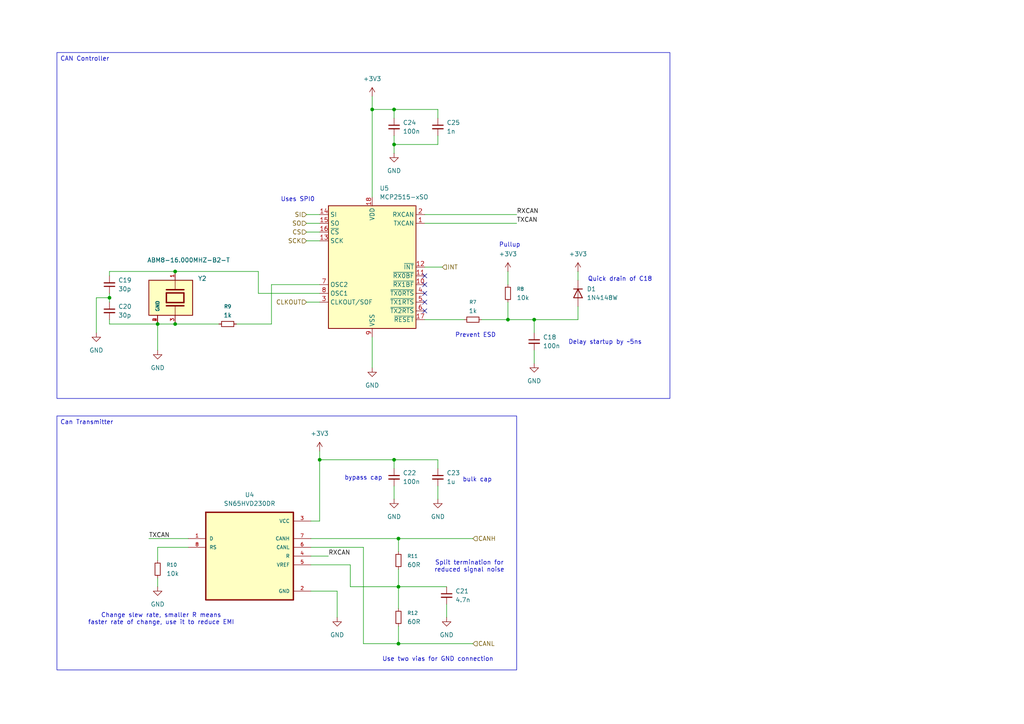
<source format=kicad_sch>
(kicad_sch (version 20250114) (generator "eeschema") (generator_version "9.0")
  (paper "A4")
  (lib_symbols
    (symbol "ABM8-16.000MHZ-B2-T:ABM8-16.000MHZ-B2-T" (pin_names (offset 1.016))
      (property "Reference" "Y" (at -5.0878 6.3559 0))
      (property "Value" "ABM8-16.000MHZ-B2-T" (at -5.0944 -10.16 0))
      (symbol "ABM8-16.000MHZ-B2-T_0_0"
        (polyline (pts (xy -5.08 0) (xy -2.54 0)) (stroke (width 0.1524)))
        (rectangle (start -5.08 -7.62) (end 5.08 5.08) (stroke (width 0.254)) (fill (type background)))
        (polyline (pts (xy -2.3368 2.54) (xy -2.3368 -2.54)) (stroke (width 0.4064)))
        (polyline (pts (xy -1.397 2.54) (xy -1.397 -2.54)) (stroke (width 0.4064)))
        (polyline (pts (xy -1.397 2.54) (xy 1.397 2.54)) (stroke (width 0.4064)))
        (polyline (pts (xy 1.397 2.54) (xy 1.397 -2.54)) (stroke (width 0.4064)))
        (polyline (pts (xy 1.397 -2.54) (xy -1.397 -2.54)) (stroke (width 0.4064)))
        (polyline (pts (xy 2.3368 2.54) (xy 2.3368 -2.54)) (stroke (width 0.4064)))
        (polyline (pts (xy 2.54 0) (xy 5.08 0)) (stroke (width 0.1524)))
        (pin passive line (at -7.62 0 0) (length 2.54) (name "~") (number "1"))
        (pin passive line (at 7.62 0 180) (length 2.54) (name "~") (number "3"))
        (pin power_in line (at 7.62 -5.08 180) (length 2.54) (name "GND") (number "2"))
        (pin power_in line (at 7.62 -5.08 180) (length 2.54) (name "GND") (number "4"))
      )
    )
    (symbol "Device:C_Small" (pin_numbers (hide yes)) (pin_names (offset 0.254) (hide yes))
      (property "Reference" "C" (at 0.254 1.778 0))
      (property "Value" "C_Small" (at 0.254 -2.032 0))
      (symbol "C_Small_0_1"
        (polyline (pts (xy -1.524 0.508) (xy 1.524 0.508)) (stroke (width 0.3048)))
        (polyline (pts (xy -1.524 -0.508) (xy 1.524 -0.508)) (stroke (width 0.3302)))
      )
      (symbol "C_Small_1_1"
        (pin passive line (at 0 2.54 270) (length 2.032) (name "~") (number "1"))
        (pin passive line (at 0 -2.54 90) (length 2.032) (name "~") (number "2"))
      )
    )
    (symbol "Device:R_Small" (pin_numbers (hide yes)) (pin_names (offset 0.254) (hide yes))
      (property "Reference" "R" (at 0 0 90))
      (property "Value" "R_Small" (at 1.778 0 90))
      (symbol "R_Small_0_1"
        (rectangle (start -0.762 1.778) (end 0.762 -1.778) (stroke (width 0.2032)))
      )
      (symbol "R_Small_1_1"
        (pin passive line (at 0 2.54 270) (length 0.762) (name "~") (number "1"))
        (pin passive line (at 0 -2.54 90) (length 0.762) (name "~") (number "2"))
      )
    )
    (symbol "Diode:1N4148W" (pin_numbers (hide yes)) (pin_names (hide yes))
      (property "Reference" "D" (at 0 2.54 0))
      (property "Value" "1N4148W" (at 0 -2.54 0))
      (symbol "1N4148W_0_1"
        (polyline (pts (xy -1.27 1.27) (xy -1.27 -1.27)) (stroke (width 0.254)))
        (polyline (pts (xy 1.27 1.27) (xy 1.27 -1.27) (xy -1.27 0) (xy 1.27 1.27)) (stroke (width 0.254)))
        (polyline (pts (xy 1.27 0) (xy -1.27 0)))
      )
      (symbol "1N4148W_1_1"
        (pin passive line (at -3.81 0 0) (length 2.54) (name "K") (number "1"))
        (pin passive line (at 3.81 0 180) (length 2.54) (name "A") (number "2"))
      )
    )
    (symbol "Interface_CAN_LIN:MCP2515-xSO"
      (property "Reference" "U" (at -10.16 19.685 0))
      (property "Value" "MCP2515-xSO" (at 19.05 20.32 0))
      (symbol "MCP2515-xSO_0_1"
        (rectangle (start -12.7 17.78) (end 12.7 -17.78) (stroke (width 0.254)) (fill (type background)))
      )
      (symbol "MCP2515-xSO_1_1"
        (pin input line (at -15.24 15.24 0) (length 2.54) (name "SI") (number "14"))
        (pin output line (at -15.24 12.7 0) (length 2.54) (name "SO") (number "15"))
        (pin input line (at -15.24 10.16 0) (length 2.54) (name "~{CS}") (number "16"))
        (pin input line (at -15.24 7.62 0) (length 2.54) (name "SCK") (number "13"))
        (pin output line (at -15.24 -5.08 0) (length 2.54) (name "OSC2") (number "7"))
        (pin input line (at -15.24 -7.62 0) (length 2.54) (name "OSC1") (number "8"))
        (pin output line (at -15.24 -10.16 0) (length 2.54) (name "CLKOUT/SOF") (number "3"))
        (pin power_in line (at 0 20.32 270) (length 2.54) (name "VDD") (number "18"))
        (pin power_in line (at 0 -20.32 90) (length 2.54) (name "VSS") (number "9"))
        (pin input line (at 15.24 15.24 180) (length 2.54) (name "RXCAN") (number "2"))
        (pin output line (at 15.24 12.7 180) (length 2.54) (name "TXCAN") (number "1"))
        (pin output line (at 15.24 0 180) (length 2.54) (name "~{INT}") (number "12"))
        (pin output line (at 15.24 -2.54 180) (length 2.54) (name "~{RX0BF}") (number "11"))
        (pin output line (at 15.24 -5.08 180) (length 2.54) (name "~{RX1BF}") (number "10"))
        (pin input line (at 15.24 -7.62 180) (length 2.54) (name "~{TX0RTS}") (number "4"))
        (pin input line (at 15.24 -10.16 180) (length 2.54) (name "~{TX1RTS}") (number "5"))
        (pin input line (at 15.24 -12.7 180) (length 2.54) (name "~{TX2RTS}") (number "6"))
        (pin input line (at 15.24 -15.24 180) (length 2.54) (name "~{RESET}") (number "17"))
      )
    )
    (symbol "SN65HVD230DR:SN65HVD230DR" (pin_names (offset 1.016))
      (property "Reference" "U" (at -12.7 13.7 0))
      (property "Value" "SN65HVD230DR" (at -12.7 -16.7 0))
      (symbol "SN65HVD230DR_0_0"
        (rectangle (start -12.7 -12.7) (end 12.7 12.7) (stroke (width 0.41)) (fill (type background)))
        (pin input line (at -17.78 5.08 0) (length 5.08) (name "D") (number "1"))
        (pin input line (at -17.78 2.54 0) (length 5.08) (name "RS") (number "8"))
        (pin power_in line (at 17.78 10.16 180) (length 5.08) (name "VCC") (number "3"))
        (pin output line (at 17.78 5.08 180) (length 5.08) (name "CANH") (number "7"))
        (pin output line (at 17.78 2.54 180) (length 5.08) (name "CANL") (number "6"))
        (pin output line (at 17.78 0 180) (length 5.08) (name "R") (number "4"))
        (pin output line (at 17.78 -2.54 180) (length 5.08) (name "VREF") (number "5"))
        (pin power_in line (at 17.78 -10.16 180) (length 5.08) (name "GND") (number "2"))
      )
    )
    (symbol "power:+3V3" (power) (pin_numbers (hide yes)) (pin_names (offset 0) (hide yes))
      (property "Value" "+3V3" (at 0 3.556 0))
      (symbol "+3V3_0_1"
        (polyline (pts (xy -0.762 1.27) (xy 0 2.54)))
        (polyline (pts (xy 0 2.54) (xy 0.762 1.27)))
        (polyline (pts (xy 0 0) (xy 0 2.54)))
      )
      (symbol "+3V3_1_1"
        (pin power_in line (at 0 0 90) (length 0) (name "~") (number "1"))
      )
    )
    (symbol "power:GND" (power) (pin_numbers (hide yes)) (pin_names (offset 0) (hide yes))
      (property "Value" "GND" (at 0 -3.81 0))
      (symbol "GND_0_1"
        (polyline (pts (xy 0 0) (xy 0 -1.27) (xy 1.27 -1.27) (xy 0 -2.54) (xy -1.27 -1.27) (xy 0 -1.27)))
      )
      (symbol "GND_1_1"
        (pin power_in line (at 0 0 270) (length 0) (name "~") (number "1"))
      )
    )
  )
  (text "Uses SPI0" (at 86.36 57.912 0) (effects (font (size 1.27 1.27))))
  (text "Delay startup by ~5ns" (at 175.514 99.314 0) (effects (font (size 1.27 1.27))))
  (text "bypass cap" (at 105.41 138.684 0) (effects (font (size 1.27 1.27))))
  (text "Pullup" (at 147.828 71.12 0) (effects (font (size 1.27 1.27))))
  (text "Use two vias for GND connection" (at 127 191.262 0) (effects (font (size 1.27 1.27))))
  (text "Change slew rate, smaller R means\nfaster rate of change, use it to reduce EMI" (at 46.736 179.578 0) (effects (font (size 1.27 1.27))))
  (text "Split termination for\nreduced signal noise" (at 136.144 164.338 0) (effects (font (size 1.27 1.27))))
  (text "Prevent ESD\n" (at 137.922 97.282 0) (effects (font (size 1.27 1.27))))
  (text "Quick drain of C18\n" (at 179.832 81.026 0) (effects (font (size 1.27 1.27))))
  (text "bulk cap" (at 138.43 139.192 0) (effects (font (size 1.27 1.27))))
  (text_box "Can Transmitter" (at 16.51 120.65 0) (size 133.35 73.66) (margins 0.9525 0.9525 0.9525 0.9525) (effects (font (size 1.27 1.27)) (justify left top)))
  (text_box "CAN Controller" (at 16.51 15.24 0) (size 177.8 100.33) (margins 0.9525 0.9525 0.9525 0.9525) (effects (font (size 1.27 1.27)) (justify left top)))
  (junction (at 31.75 86.36))
  (junction (at 45.72 93.98))
  (junction (at 50.8 78.74))
  (junction (at 107.95 31.75))
  (junction (at 114.3 133.35))
  (junction (at 147.32 92.71))
  (junction (at 115.57 170.18))
  (junction (at 115.57 186.69))
  (junction (at 114.3 31.75))
  (junction (at 115.57 156.21))
  (junction (at 154.94 92.71))
  (junction (at 92.71 133.35))
  (junction (at 114.3 41.91))
  (junction (at 50.8 93.98))
  (no_connect (at 123.19 90.17))
  (no_connect (at 123.19 80.01))
  (no_connect (at 123.19 87.63))
  (no_connect (at 123.19 85.09))
  (no_connect (at 123.19 82.55))
  (wire (pts (xy 115.57 170.18) (xy 129.54 170.18)))
  (wire (pts (xy 167.64 92.71) (xy 154.94 92.71)))
  (wire (pts (xy 92.71 133.35) (xy 92.71 130.81)))
  (wire (pts (xy 154.94 101.6) (xy 154.94 105.41)))
  (wire (pts (xy 127 31.75) (xy 114.3 31.75)))
  (wire (pts (xy 107.95 97.79) (xy 107.95 106.68)))
  (wire (pts (xy 97.79 171.45) (xy 97.79 179.07)))
  (wire (pts (xy 115.57 165.1) (xy 115.57 170.18)))
  (wire (pts (xy 107.95 31.75) (xy 107.95 57.15)))
  (wire (pts (xy 74.93 85.09) (xy 74.93 78.74)))
  (wire (pts (xy 88.9 67.31) (xy 92.71 67.31)))
  (wire (pts (xy 129.54 175.26) (xy 129.54 179.07)))
  (wire (pts (xy 114.3 41.91) (xy 114.3 44.45)))
  (wire (pts (xy 88.9 87.63) (xy 92.71 87.63)))
  (wire (pts (xy 167.64 78.74) (xy 167.64 81.28)))
  (wire (pts (xy 123.19 64.77) (xy 149.86 64.77)))
  (wire (pts (xy 88.9 62.23) (xy 92.71 62.23)))
  (wire (pts (xy 92.71 82.55) (xy 78.74 82.55)))
  (wire (pts (xy 50.8 93.98) (xy 63.5 93.98)))
  (wire (pts (xy 115.57 186.69) (xy 137.16 186.69)))
  (wire (pts (xy 45.72 167.64) (xy 45.72 170.18)))
  (wire (pts (xy 92.71 133.35) (xy 114.3 133.35)))
  (wire (pts (xy 139.7 92.71) (xy 147.32 92.71)))
  (wire (pts (xy 88.9 69.85) (xy 92.71 69.85)))
  (wire (pts (xy 31.75 85.09) (xy 31.75 86.36)))
  (wire (pts (xy 115.57 170.18) (xy 115.57 176.53)))
  (wire (pts (xy 31.75 86.36) (xy 27.94 86.36)))
  (wire (pts (xy 167.64 88.9) (xy 167.64 92.71)))
  (wire (pts (xy 92.71 151.13) (xy 90.17 151.13)))
  (wire (pts (xy 147.32 78.74) (xy 147.32 82.55)))
  (wire (pts (xy 115.57 156.21) (xy 115.57 160.02)))
  (wire (pts (xy 45.72 158.75) (xy 45.72 162.56)))
  (wire (pts (xy 123.19 62.23) (xy 149.86 62.23)))
  (wire (pts (xy 101.6 163.83) (xy 101.6 170.18)))
  (wire (pts (xy 105.41 186.69) (xy 115.57 186.69)))
  (wire (pts (xy 88.9 64.77) (xy 92.71 64.77)))
  (wire (pts (xy 147.32 92.71) (xy 147.32 87.63)))
  (wire (pts (xy 107.95 27.94) (xy 107.95 31.75)))
  (wire (pts (xy 127 140.97) (xy 127 144.78)))
  (wire (pts (xy 31.75 86.36) (xy 31.75 87.63)))
  (wire (pts (xy 127 39.37) (xy 127 41.91)))
  (wire (pts (xy 92.71 85.09) (xy 74.93 85.09)))
  (wire (pts (xy 90.17 156.21) (xy 115.57 156.21)))
  (wire (pts (xy 105.41 158.75) (xy 90.17 158.75)))
  (wire (pts (xy 114.3 39.37) (xy 114.3 41.91)))
  (wire (pts (xy 31.75 92.71) (xy 31.75 93.98)))
  (wire (pts (xy 31.75 78.74) (xy 50.8 78.74)))
  (wire (pts (xy 101.6 170.18) (xy 115.57 170.18)))
  (wire (pts (xy 90.17 171.45) (xy 97.79 171.45)))
  (wire (pts (xy 115.57 156.21) (xy 137.16 156.21)))
  (wire (pts (xy 114.3 140.97) (xy 114.3 144.78)))
  (wire (pts (xy 127 135.89) (xy 127 133.35)))
  (wire (pts (xy 78.74 82.55) (xy 78.74 93.98)))
  (wire (pts (xy 115.57 181.61) (xy 115.57 186.69)))
  (wire (pts (xy 114.3 31.75) (xy 107.95 31.75)))
  (wire (pts (xy 114.3 34.29) (xy 114.3 31.75)))
  (wire (pts (xy 95.25 161.29) (xy 90.17 161.29)))
  (wire (pts (xy 105.41 186.69) (xy 105.41 158.75)))
  (wire (pts (xy 127 41.91) (xy 114.3 41.91)))
  (wire (pts (xy 92.71 151.13) (xy 92.71 133.35)))
  (wire (pts (xy 154.94 96.52) (xy 154.94 92.71)))
  (wire (pts (xy 54.61 158.75) (xy 45.72 158.75)))
  (wire (pts (xy 31.75 93.98) (xy 45.72 93.98)))
  (wire (pts (xy 123.19 92.71) (xy 134.62 92.71)))
  (wire (pts (xy 31.75 80.01) (xy 31.75 78.74)))
  (wire (pts (xy 114.3 135.89) (xy 114.3 133.35)))
  (wire (pts (xy 45.72 93.98) (xy 50.8 93.98)))
  (wire (pts (xy 127 34.29) (xy 127 31.75)))
  (wire (pts (xy 27.94 86.36) (xy 27.94 96.52)))
  (wire (pts (xy 45.72 93.98) (xy 45.72 101.6)))
  (wire (pts (xy 154.94 92.71) (xy 147.32 92.71)))
  (wire (pts (xy 43.18 156.21) (xy 54.61 156.21)))
  (wire (pts (xy 90.17 163.83) (xy 101.6 163.83)))
  (wire (pts (xy 68.58 93.98) (xy 78.74 93.98)))
  (wire (pts (xy 127 133.35) (xy 114.3 133.35)))
  (wire (pts (xy 123.19 77.47) (xy 128.27 77.47)))
  (wire (pts (xy 74.93 78.74) (xy 50.8 78.74)))
  (label "TXCAN" (at 43.18 156.21 0))
  (label "TXCAN" (at 149.86 64.77 0))
  (label "RXCAN" (at 149.86 62.23 0))
  (label "RXCAN" (at 95.25 161.29 0))
  (hierarchical_label "INT" (shape input) (at 128.27 77.47 0))
  (hierarchical_label "SCK" (shape input) (at 88.9 69.85 180))
  (hierarchical_label "CS" (shape input) (at 88.9 67.31 180))
  (hierarchical_label "CLKOUT" (shape input) (at 88.9 87.63 180))
  (hierarchical_label "SI" (shape input) (at 88.9 62.23 180))
  (hierarchical_label "CANH" (shape input) (at 137.16 156.21 0))
  (hierarchical_label "SO" (shape input) (at 88.9 64.77 180))
  (hierarchical_label "CANL" (shape input) (at 137.16 186.69 0))
  (symbol (lib_id "power:GND") (at 97.79 179.07 0) (unit 1)
    (property "Reference" "#PWR033" (effects (hide yes)))
    (property "Value" "GND" (at 97.79 184.15 0))
    (property "Description" "Power symbol creates a global label with name \"GND\" , ground" (effects (hide yes)))
  )
  (symbol (lib_id "Device:C_Small") (at 31.75 90.17 0) (unit 1)
    (property "Reference" "C20" (at 34.29 88.9062 0) (effects (justify left)))
    (property "Value" "30p" (at 34.29 91.4462 0) (effects (justify left)))
    (property "Footprint" "Capacitor_SMD:C_0603_1608Metric_Pad1.08x0.95mm_HandSolder" (effects (hide yes)))
    (property "Description" "Unpolarized capacitor, small symbol" (effects (hide yes)))
  )
  (symbol (lib_id "power:+3V3") (at 107.95 27.94 0) (unit 1)
    (property "Reference" "#PWR036" (effects (hide yes)))
    (property "Value" "+3V3" (at 107.95 22.86 0))
    (property "Description" "Power symbol creates a global label with name \"+3V3\"" (effects (hide yes)))
  )
  (symbol (lib_id "power:GND") (at 107.95 106.68 0) (unit 1)
    (property "Reference" "#PWR035" (effects (hide yes)))
    (property "Value" "GND" (at 107.95 111.76 0))
    (property "Description" "Power symbol creates a global label with name \"GND\" , ground" (effects (hide yes)))
  )
  (symbol (lib_id "Device:R_Small") (at 147.32 85.09 0) (unit 1)
    (property "Reference" "R8" (at 149.86 83.8199 0) (effects (font (size 1.016 1.016)) (justify left)))
    (property "Value" "10k" (at 149.86 86.3599 0) (effects (justify left)))
    (property "Footprint" "Resistor_SMD:R_0603_1608Metric_Pad0.98x0.95mm_HandSolder" (effects (hide yes)))
    (property "Description" "Resistor, small symbol" (effects (hide yes)))
  )
  (symbol (lib_id "Device:R_Small") (at 115.57 162.56 0) (unit 1)
    (property "Reference" "R11" (at 118.11 161.2899 0) (effects (font (size 1.016 1.016)) (justify left)))
    (property "Value" "60R" (at 118.11 163.8299 0) (effects (justify left)))
    (property "Footprint" "Resistor_SMD:R_0603_1608Metric_Pad0.98x0.95mm_HandSolder" (effects (hide yes)))
    (property "Description" "Resistor, small symbol" (effects (hide yes)))
  )
  (symbol (lib_id "Device:R_Small") (at 66.04 93.98 90) (unit 1)
    (property "Reference" "R9" (at 66.04 88.9 90) (effects (font (size 1.016 1.016))))
    (property "Value" "1k" (at 66.04 91.44 90))
    (property "Footprint" "Resistor_SMD:R_0603_1608Metric_Pad0.98x0.95mm_HandSolder" (effects (hide yes)))
    (property "Description" "Resistor, small symbol" (effects (hide yes)))
  )
  (symbol (lib_id "Device:C_Small") (at 31.75 82.55 180) (unit 1)
    (property "Reference" "C19" (at 34.29 81.2735 0) (effects (justify right)))
    (property "Value" "30p" (at 34.29 83.8135 0) (effects (justify right)))
    (property "Footprint" "Capacitor_SMD:C_0603_1608Metric_Pad1.08x0.95mm_HandSolder" (effects (hide yes)))
    (property "Description" "Unpolarized capacitor, small symbol" (effects (hide yes)))
  )
  (symbol (lib_id "power:+3V3") (at 167.64 78.74 0) (unit 1)
    (property "Reference" "#PWR030" (effects (hide yes)))
    (property "Value" "+3V3" (at 167.64 73.66 0))
    (property "Description" "Power symbol creates a global label with name \"+3V3\"" (effects (hide yes)))
  )
  (symbol (lib_id "power:GND") (at 45.72 170.18 0) (unit 1)
    (property "Reference" "#PWR034" (effects (hide yes)))
    (property "Value" "GND" (at 45.72 175.26 0))
    (property "Description" "Power symbol creates a global label with name \"GND\" , ground" (effects (hide yes)))
  )
  (symbol (lib_id "Device:C_Small") (at 114.3 138.43 0) (unit 1)
    (property "Reference" "C22" (at 116.84 137.1662 0) (effects (justify left)))
    (property "Value" "100n" (at 116.84 139.7062 0) (effects (justify left)))
    (property "Footprint" "Capacitor_SMD:C_0603_1608Metric_Pad1.08x0.95mm_HandSolder" (effects (hide yes)))
    (property "Description" "Unpolarized capacitor, small symbol" (effects (hide yes)))
  )
  (symbol (lib_id "Device:R_Small") (at 45.72 165.1 0) (unit 1)
    (property "Reference" "R10" (at 48.26 163.8299 0) (effects (font (size 1.016 1.016)) (justify left)))
    (property "Value" "10k" (at 48.26 166.3699 0) (effects (justify left)))
    (property "Footprint" "Resistor_SMD:R_0603_1608Metric_Pad0.98x0.95mm_HandSolder" (effects (hide yes)))
    (property "Description" "Resistor, small symbol" (effects (hide yes)))
  )
  (symbol (lib_id "power:GND") (at 114.3 144.78 0) (unit 1)
    (property "Reference" "#PWR039" (effects (hide yes)))
    (property "Value" "GND" (at 114.3 149.86 0))
    (property "Description" "Power symbol creates a global label with name \"GND\" , ground" (effects (hide yes)))
  )
  (symbol (lib_id "Device:C_Small") (at 129.54 172.72 0) (unit 1)
    (property "Reference" "C21" (at 132.08 171.4562 0) (effects (justify left)))
    (property "Value" "4.7n" (at 132.08 173.9962 0) (effects (justify left)))
    (property "Footprint" "Capacitor_SMD:C_0603_1608Metric_Pad1.08x0.95mm_HandSolder" (effects (hide yes)))
    (property "Description" "Unpolarized capacitor, small symbol" (effects (hide yes)))
  )
  (symbol (lib_id "Interface_CAN_LIN:MCP2515-xSO") (at 107.95 77.47 0) (unit 1)
    (property "Reference" "U5" (at 110.0933 54.61 0) (effects (justify left)))
    (property "Value" "MCP2515-xSO" (at 110.0933 57.15 0) (effects (justify left)))
    (property "Footprint" "Package_SO:SOIC-18W_7.5x11.6mm_P1.27mm" (effects (hide yes)))
    (property "Datasheet" "http://ww1.microchip.com/downloads/en/DeviceDoc/21801e.pdf" (effects (hide yes)))
    (property "Description" "Stand-Alone CAN Controller with SPI Interface, SOIC-18" (effects (hide yes)))
  )
  (symbol (lib_id "power:+3V3") (at 147.32 78.74 0) (unit 1)
    (property "Reference" "#PWR029" (effects (hide yes)))
    (property "Value" "+3V3" (at 147.32 73.66 0))
    (property "Description" "Power symbol creates a global label with name \"+3V3\"" (effects (hide yes)))
  )
  (symbol (lib_id "power:GND") (at 27.94 96.52 0) (unit 1)
    (property "Reference" "#PWR032" (effects (hide yes)))
    (property "Value" "GND" (at 27.94 101.6 0))
    (property "Description" "Power symbol creates a global label with name \"GND\" , ground" (effects (hide yes)))
  )
  (symbol (lib_id "Device:R_Small") (at 115.57 179.07 0) (unit 1)
    (property "Reference" "R12" (at 118.11 177.7999 0) (effects (font (size 1.016 1.016)) (justify left)))
    (property "Value" "60R" (at 118.11 180.3399 0) (effects (justify left)))
    (property "Footprint" "Resistor_SMD:R_0603_1608Metric_Pad0.98x0.95mm_HandSolder" (effects (hide yes)))
    (property "Description" "Resistor, small symbol" (effects (hide yes)))
  )
  (symbol (lib_id "Device:C_Small") (at 114.3 36.83 0) (unit 1)
    (property "Reference" "C24" (at 116.84 35.5662 0) (effects (justify left)))
    (property "Value" "100n" (at 116.84 38.1062 0) (effects (justify left)))
    (property "Footprint" "Capacitor_SMD:C_0603_1608Metric_Pad1.08x0.95mm_HandSolder" (effects (hide yes)))
    (property "Description" "Unpolarized capacitor, small symbol" (effects (hide yes)))
  )
  (symbol (lib_id "Device:R_Small") (at 137.16 92.71 270) (unit 1)
    (property "Reference" "R7" (at 137.16 87.63 90) (effects (font (size 1.016 1.016))))
    (property "Value" "1k" (at 137.16 90.17 90))
    (property "Footprint" "Resistor_SMD:R_0603_1608Metric_Pad0.98x0.95mm_HandSolder" (effects (hide yes)))
    (property "Description" "Resistor, small symbol" (effects (hide yes)))
  )
  (symbol (lib_id "power:GND") (at 129.54 179.07 0) (unit 1)
    (property "Reference" "#PWR038" (effects (hide yes)))
    (property "Value" "GND" (at 129.54 184.15 0))
    (property "Description" "Power symbol creates a global label with name \"GND\" , ground" (effects (hide yes)))
  )
  (symbol (lib_id "power:GND") (at 154.94 105.41 0) (unit 1)
    (property "Reference" "#PWR028" (effects (hide yes)))
    (property "Value" "GND" (at 154.94 110.49 0))
    (property "Description" "Power symbol creates a global label with name \"GND\" , ground" (effects (hide yes)))
  )
  (symbol (lib_id "Device:C_Small") (at 127 138.43 0) (unit 1)
    (property "Reference" "C23" (at 129.54 137.1662 0) (effects (justify left)))
    (property "Value" "1u" (at 129.54 139.7062 0) (effects (justify left)))
    (property "Footprint" "Capacitor_SMD:C_0603_1608Metric_Pad1.08x0.95mm_HandSolder" (effects (hide yes)))
    (property "Description" "Unpolarized capacitor, small symbol" (effects (hide yes)))
  )
  (symbol (lib_id "power:GND") (at 45.72 101.6 0) (unit 1)
    (property "Reference" "#PWR031" (effects (hide yes)))
    (property "Value" "GND" (at 45.72 106.68 0))
    (property "Description" "Power symbol creates a global label with name \"GND\" , ground" (effects (hide yes)))
  )
  (symbol (lib_id "power:GND") (at 114.3 44.45 0) (unit 1)
    (property "Reference" "#PWR041" (effects (hide yes)))
    (property "Value" "GND" (at 114.3 49.53 0))
    (property "Description" "Power symbol creates a global label with name \"GND\" , ground" (effects (hide yes)))
  )
  (symbol (lib_id "Device:C_Small") (at 127 36.83 0) (unit 1)
    (property "Reference" "C25" (at 129.54 35.5662 0) (effects (justify left)))
    (property "Value" "1n" (at 129.54 38.1062 0) (effects (justify left)))
    (property "Footprint" "Capacitor_SMD:C_0603_1608Metric_Pad1.08x0.95mm_HandSolder" (effects (hide yes)))
    (property "Description" "Unpolarized capacitor, small symbol" (effects (hide yes)))
  )
  (symbol (lib_id "Device:C_Small") (at 154.94 99.06 0) (unit 1)
    (property "Reference" "C18" (at 157.48 97.7962 0) (effects (justify left)))
    (property "Value" "100n" (at 157.48 100.3362 0) (effects (justify left)))
    (property "Footprint" "Capacitor_SMD:C_0603_1608Metric_Pad1.08x0.95mm_HandSolder" (effects (hide yes)))
    (property "Description" "Unpolarized capacitor, small symbol" (effects (hide yes)))
  )
  (symbol (lib_id "ABM8-16.000MHZ-B2-T:ABM8-16.000MHZ-B2-T") (at 50.8 86.36 270) (unit 1)
    (property "Reference" "Y2" (at 57.404 80.772 90) (effects (justify left)))
    (property "Value" "ABM8-16.000MHZ-B2-T" (at 42.672 75.438 90) (effects (justify left)))
    (property "Footprint" "ABM8-16.000MHZ-B2-T:XTAL_ABM8-16.000MHZ-B2-T" (effects (hide yes)))
    (property "MF" "Abracon LLC" (effects (hide yes)))
    (property "MAXIMUM_PACKAGE_HEIGHT" "0.8 mm" (effects (hide yes)))
    (property "Package" "NON-STANDARD-4 ABRACON" (effects (hide yes)))
    (property "Price" "None" (effects (hide yes)))
    (property "Check_prices" "https://www.snapeda.com/parts/ABM8-16.000MHZ-B2-T/Abracon/view-part/?ref=eda" (effects (hide yes)))
    (property "STANDARD" "Manufacturer Recommendations" (effects (hide yes)))
    (property "PARTREV" "44041" (effects (hide yes)))
    (property "SnapEDA_Link" "https://www.snapeda.com/parts/ABM8-16.000MHZ-B2-T/Abracon/view-part/?ref=snap" (effects (hide yes)))
    (property "MP" "ABM8-16.000MHZ-B2-T" (effects (hide yes)))
    (property "Description_1" "Crystal 16MHz ±20ppm (Tol) ±50ppm (Stability) 18pF FUND 70Ohm 4-Pin Ultra Mini-CSMD T/R" (effects (hide yes)))
    (property "Availability" "In Stock" (effects (hide yes)))
    (property "MANUFACTURER" "Abracon" (effects (hide yes)))
  )
  (symbol (lib_id "Diode:1N4148W") (at 167.64 85.09 270) (unit 1)
    (property "Reference" "D1" (at 170.18 83.8199 90) (effects (justify left)))
    (property "Value" "1N4148W" (at 170.18 86.3599 90) (effects (justify left)))
    (property "Footprint" "Diode_SMD:D_SOD-123" (effects (hide yes)))
    (property "Datasheet" "https://www.vishay.com/docs/85748/1n4148w.pdf" (effects (hide yes)))
    (property "Description" "75V 0.15A Fast Switching Diode, SOD-123" (effects (hide yes)))
    (property "Sim.Device" "D" (effects (hide yes)))
    (property "Sim.Pins" "1=K 2=A" (effects (hide yes)))
  )
  (symbol (lib_id "power:GND") (at 127 144.78 0) (unit 1)
    (property "Reference" "#PWR040" (effects (hide yes)))
    (property "Value" "GND" (at 127 149.86 0))
    (property "Description" "Power symbol creates a global label with name \"GND\" , ground" (effects (hide yes)))
  )
  (symbol (lib_id "SN65HVD230DR:SN65HVD230DR") (at 72.39 161.29 0) (unit 1)
    (property "Reference" "U4" (at 72.39 143.51 0))
    (property "Value" "SN65HVD230DR" (at 72.39 146.05 0))
    (property "Footprint" "SN65HVD230DR:SOIC127P599X175-8N" (effects (hide yes)))
    (property "MF" "Texas Instruments" (effects (hide yes)))
    (property "Description_1" "3.3 V CAN Transceiver with Standby Mode" (effects (hide yes)))
    (property "Package" "SOIC-8 Texas Instruments" (effects (hide yes)))
    (property "Price" "None" (effects (hide yes)))
    (property "SnapEDA_Link" "https://www.snapeda.com/parts/SN65HVD230DR/Texas+Instruments/view-part/?ref=snap" (effects (hide yes)))
    (property "MP" "SN65HVD230DR" (effects (hide yes)))
    (property "Availability" "In Stock" (effects (hide yes)))
    (property "Check_prices" "https://www.snapeda.com/parts/SN65HVD230DR/Texas+Instruments/view-part/?ref=eda" (effects (hide yes)))
  )
  (symbol (lib_id "power:+3V3") (at 92.71 130.81 0) (unit 1)
    (property "Reference" "#PWR037" (effects (hide yes)))
    (property "Value" "+3V3" (at 92.71 125.73 0))
    (property "Description" "Power symbol creates a global label with name \"+3V3\"" (effects (hide yes)))
  )
)
</source>
